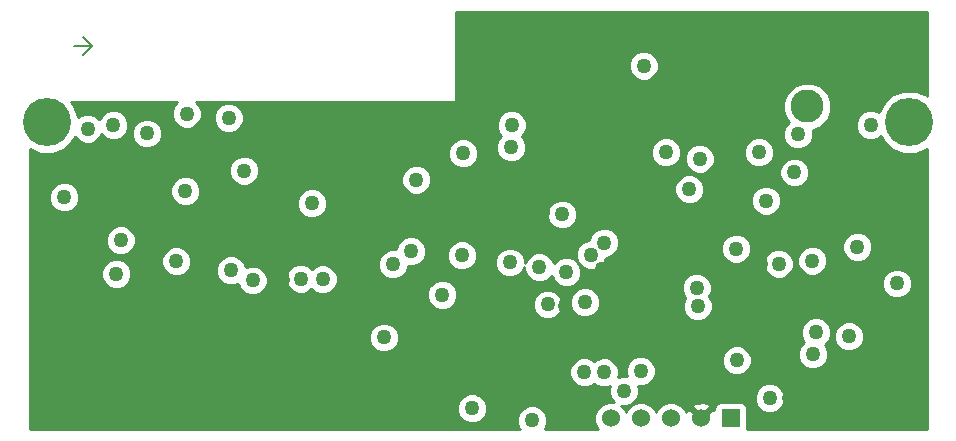
<source format=gbr>
G04 (created by PCBNEW-RS274X (2012-01-19 BZR 3256)-stable) date 5/26/2013 3:34:06 PM*
G01*
G70*
G90*
%MOIN*%
G04 Gerber Fmt 3.4, Leading zero omitted, Abs format*
%FSLAX34Y34*%
G04 APERTURE LIST*
%ADD10C,0.006000*%
%ADD11R,0.060000X0.060000*%
%ADD12C,0.060000*%
%ADD13C,0.160000*%
%ADD14C,0.110000*%
%ADD15C,0.050000*%
%ADD16C,0.007000*%
%ADD17C,0.010000*%
G04 APERTURE END LIST*
G54D10*
G54D11*
X33800Y-24000D03*
G54D12*
X32800Y-24000D03*
X31800Y-24000D03*
X30800Y-24000D03*
X29800Y-24000D03*
G54D13*
X39750Y-14120D03*
X11000Y-14120D03*
G54D14*
X36350Y-13600D03*
G54D15*
X29560Y-22460D03*
X36040Y-14520D03*
X28940Y-20120D03*
X28320Y-19120D03*
X31640Y-15120D03*
X27420Y-18960D03*
X26500Y-14220D03*
X26440Y-18800D03*
X22540Y-18860D03*
X24180Y-19880D03*
X26480Y-14960D03*
X35920Y-15800D03*
X28180Y-17200D03*
X15320Y-18760D03*
X24880Y-15160D03*
X33980Y-18340D03*
X38460Y-14220D03*
X39340Y-19500D03*
X36520Y-18740D03*
X34740Y-15120D03*
X34000Y-22060D03*
X32420Y-16360D03*
X32700Y-20260D03*
X14340Y-14500D03*
X13460Y-18060D03*
X19460Y-19340D03*
X32760Y-15340D03*
X35400Y-18840D03*
X17140Y-19060D03*
X24840Y-18560D03*
X17060Y-13980D03*
X36640Y-21120D03*
X34980Y-16740D03*
X23140Y-18420D03*
X29580Y-18140D03*
X27700Y-20200D03*
X36540Y-21860D03*
X37740Y-21260D03*
X17860Y-19400D03*
X15620Y-16420D03*
X12360Y-14340D03*
X30900Y-12240D03*
X13220Y-14220D03*
X11580Y-16620D03*
X20200Y-19360D03*
X30800Y-22420D03*
X35100Y-23320D03*
X15660Y-13840D03*
X28920Y-22460D03*
X30240Y-23080D03*
X22240Y-21300D03*
X25180Y-23660D03*
X27180Y-24060D03*
X19840Y-16820D03*
X13320Y-19180D03*
X32660Y-19640D03*
X29140Y-18540D03*
X17580Y-15740D03*
X23320Y-16040D03*
X38020Y-18280D03*
X35740Y-23320D03*
X33980Y-12980D03*
X34800Y-18840D03*
X29500Y-11840D03*
X34340Y-17540D03*
X24680Y-17800D03*
X18880Y-19380D03*
X33900Y-17140D03*
X13980Y-22080D03*
X33360Y-13000D03*
X27540Y-17160D03*
X15000Y-22820D03*
X28200Y-23700D03*
X17180Y-18360D03*
X37820Y-11620D03*
X29520Y-19020D03*
X28280Y-20240D03*
X20920Y-22820D03*
X17000Y-22820D03*
X13860Y-13920D03*
X18960Y-22820D03*
X26860Y-11760D03*
G54D16*
X11901Y-11576D02*
X12501Y-11576D01*
X12501Y-11576D02*
X12201Y-11876D01*
X12501Y-11576D02*
X12201Y-11276D01*
G54D10*
G36*
X40350Y-24350D02*
X39839Y-24350D01*
X39839Y-19599D01*
X39839Y-19401D01*
X39763Y-19218D01*
X39623Y-19077D01*
X39439Y-19001D01*
X39241Y-19001D01*
X39058Y-19077D01*
X38917Y-19217D01*
X38841Y-19401D01*
X38841Y-19599D01*
X38917Y-19782D01*
X39057Y-19923D01*
X39241Y-19999D01*
X39439Y-19999D01*
X39622Y-19923D01*
X39763Y-19783D01*
X39839Y-19599D01*
X39839Y-24350D01*
X38519Y-24350D01*
X38519Y-18379D01*
X38519Y-18181D01*
X38443Y-17998D01*
X38303Y-17857D01*
X38119Y-17781D01*
X37921Y-17781D01*
X37738Y-17857D01*
X37597Y-17997D01*
X37521Y-18181D01*
X37521Y-18379D01*
X37597Y-18562D01*
X37737Y-18703D01*
X37921Y-18779D01*
X38119Y-18779D01*
X38302Y-18703D01*
X38443Y-18563D01*
X38519Y-18379D01*
X38519Y-24350D01*
X38239Y-24350D01*
X38239Y-21359D01*
X38239Y-21161D01*
X38163Y-20978D01*
X38023Y-20837D01*
X37839Y-20761D01*
X37641Y-20761D01*
X37458Y-20837D01*
X37317Y-20977D01*
X37241Y-21161D01*
X37241Y-21359D01*
X37317Y-21542D01*
X37457Y-21683D01*
X37641Y-21759D01*
X37839Y-21759D01*
X38022Y-21683D01*
X38163Y-21543D01*
X38239Y-21359D01*
X38239Y-24350D01*
X37149Y-24350D01*
X37149Y-13760D01*
X37149Y-13442D01*
X37028Y-13148D01*
X36803Y-12923D01*
X36510Y-12801D01*
X36192Y-12801D01*
X35898Y-12922D01*
X35673Y-13147D01*
X35551Y-13440D01*
X35551Y-13758D01*
X35672Y-14052D01*
X35737Y-14117D01*
X35617Y-14237D01*
X35541Y-14421D01*
X35541Y-14619D01*
X35617Y-14802D01*
X35757Y-14943D01*
X35941Y-15019D01*
X36139Y-15019D01*
X36322Y-14943D01*
X36463Y-14803D01*
X36539Y-14619D01*
X36539Y-14421D01*
X36526Y-14391D01*
X36802Y-14278D01*
X37027Y-14053D01*
X37149Y-13760D01*
X37149Y-24350D01*
X37139Y-24350D01*
X37139Y-21219D01*
X37139Y-21021D01*
X37063Y-20838D01*
X37019Y-20793D01*
X37019Y-18839D01*
X37019Y-18641D01*
X36943Y-18458D01*
X36803Y-18317D01*
X36619Y-18241D01*
X36421Y-18241D01*
X36419Y-18241D01*
X36419Y-15899D01*
X36419Y-15701D01*
X36343Y-15518D01*
X36203Y-15377D01*
X36019Y-15301D01*
X35821Y-15301D01*
X35638Y-15377D01*
X35497Y-15517D01*
X35421Y-15701D01*
X35421Y-15899D01*
X35497Y-16082D01*
X35637Y-16223D01*
X35821Y-16299D01*
X36019Y-16299D01*
X36202Y-16223D01*
X36343Y-16083D01*
X36419Y-15899D01*
X36419Y-18241D01*
X36238Y-18317D01*
X36097Y-18457D01*
X36021Y-18641D01*
X36021Y-18839D01*
X36097Y-19022D01*
X36237Y-19163D01*
X36421Y-19239D01*
X36619Y-19239D01*
X36802Y-19163D01*
X36943Y-19023D01*
X37019Y-18839D01*
X37019Y-20793D01*
X36923Y-20697D01*
X36739Y-20621D01*
X36541Y-20621D01*
X36358Y-20697D01*
X36217Y-20837D01*
X36141Y-21021D01*
X36141Y-21219D01*
X36217Y-21402D01*
X36254Y-21440D01*
X36117Y-21577D01*
X36041Y-21761D01*
X36041Y-21959D01*
X36117Y-22142D01*
X36257Y-22283D01*
X36441Y-22359D01*
X36639Y-22359D01*
X36822Y-22283D01*
X36963Y-22143D01*
X37039Y-21959D01*
X37039Y-21761D01*
X36963Y-21578D01*
X36925Y-21539D01*
X37063Y-21403D01*
X37139Y-21219D01*
X37139Y-24350D01*
X35899Y-24350D01*
X35899Y-18939D01*
X35899Y-18741D01*
X35823Y-18558D01*
X35683Y-18417D01*
X35499Y-18341D01*
X35479Y-18341D01*
X35479Y-16839D01*
X35479Y-16641D01*
X35403Y-16458D01*
X35263Y-16317D01*
X35239Y-16307D01*
X35239Y-15219D01*
X35239Y-15021D01*
X35163Y-14838D01*
X35023Y-14697D01*
X34839Y-14621D01*
X34641Y-14621D01*
X34458Y-14697D01*
X34317Y-14837D01*
X34241Y-15021D01*
X34241Y-15219D01*
X34317Y-15402D01*
X34457Y-15543D01*
X34641Y-15619D01*
X34839Y-15619D01*
X35022Y-15543D01*
X35163Y-15403D01*
X35239Y-15219D01*
X35239Y-16307D01*
X35079Y-16241D01*
X34881Y-16241D01*
X34698Y-16317D01*
X34557Y-16457D01*
X34481Y-16641D01*
X34481Y-16839D01*
X34557Y-17022D01*
X34697Y-17163D01*
X34881Y-17239D01*
X35079Y-17239D01*
X35262Y-17163D01*
X35403Y-17023D01*
X35479Y-16839D01*
X35479Y-18341D01*
X35301Y-18341D01*
X35118Y-18417D01*
X34977Y-18557D01*
X34901Y-18741D01*
X34901Y-18939D01*
X34977Y-19122D01*
X35117Y-19263D01*
X35301Y-19339D01*
X35499Y-19339D01*
X35682Y-19263D01*
X35823Y-19123D01*
X35899Y-18939D01*
X35899Y-24350D01*
X35599Y-24350D01*
X35599Y-23419D01*
X35599Y-23221D01*
X35523Y-23038D01*
X35383Y-22897D01*
X35199Y-22821D01*
X35001Y-22821D01*
X34818Y-22897D01*
X34677Y-23037D01*
X34601Y-23221D01*
X34601Y-23419D01*
X34677Y-23602D01*
X34817Y-23743D01*
X35001Y-23819D01*
X35199Y-23819D01*
X35382Y-23743D01*
X35523Y-23603D01*
X35599Y-23419D01*
X35599Y-24350D01*
X34499Y-24350D01*
X34499Y-22159D01*
X34499Y-21961D01*
X34479Y-21912D01*
X34479Y-18439D01*
X34479Y-18241D01*
X34403Y-18058D01*
X34263Y-17917D01*
X34079Y-17841D01*
X33881Y-17841D01*
X33698Y-17917D01*
X33557Y-18057D01*
X33481Y-18241D01*
X33481Y-18439D01*
X33557Y-18622D01*
X33697Y-18763D01*
X33881Y-18839D01*
X34079Y-18839D01*
X34262Y-18763D01*
X34403Y-18623D01*
X34479Y-18439D01*
X34479Y-21912D01*
X34423Y-21778D01*
X34283Y-21637D01*
X34099Y-21561D01*
X33901Y-21561D01*
X33718Y-21637D01*
X33577Y-21777D01*
X33501Y-21961D01*
X33501Y-22159D01*
X33577Y-22342D01*
X33717Y-22483D01*
X33901Y-22559D01*
X34099Y-22559D01*
X34282Y-22483D01*
X34423Y-22343D01*
X34499Y-22159D01*
X34499Y-24350D01*
X34349Y-24350D01*
X34349Y-24251D01*
X34349Y-23651D01*
X34311Y-23559D01*
X34241Y-23489D01*
X34150Y-23451D01*
X34051Y-23451D01*
X33451Y-23451D01*
X33359Y-23489D01*
X33289Y-23559D01*
X33259Y-23630D01*
X33259Y-15439D01*
X33259Y-15241D01*
X33183Y-15058D01*
X33043Y-14917D01*
X32859Y-14841D01*
X32661Y-14841D01*
X32478Y-14917D01*
X32337Y-15057D01*
X32261Y-15241D01*
X32261Y-15439D01*
X32337Y-15622D01*
X32477Y-15763D01*
X32661Y-15839D01*
X32859Y-15839D01*
X33042Y-15763D01*
X33183Y-15623D01*
X33259Y-15439D01*
X33259Y-23630D01*
X33251Y-23650D01*
X33251Y-23712D01*
X33199Y-23697D01*
X33199Y-20359D01*
X33199Y-20161D01*
X33123Y-19978D01*
X33075Y-19930D01*
X33083Y-19923D01*
X33159Y-19739D01*
X33159Y-19541D01*
X33083Y-19358D01*
X32943Y-19217D01*
X32919Y-19207D01*
X32919Y-16459D01*
X32919Y-16261D01*
X32843Y-16078D01*
X32703Y-15937D01*
X32519Y-15861D01*
X32321Y-15861D01*
X32139Y-15936D01*
X32139Y-15219D01*
X32139Y-15021D01*
X32063Y-14838D01*
X31923Y-14697D01*
X31739Y-14621D01*
X31541Y-14621D01*
X31399Y-14679D01*
X31399Y-12339D01*
X31399Y-12141D01*
X31323Y-11958D01*
X31183Y-11817D01*
X30999Y-11741D01*
X30801Y-11741D01*
X30618Y-11817D01*
X30477Y-11957D01*
X30401Y-12141D01*
X30401Y-12339D01*
X30477Y-12522D01*
X30617Y-12663D01*
X30801Y-12739D01*
X30999Y-12739D01*
X31182Y-12663D01*
X31323Y-12523D01*
X31399Y-12339D01*
X31399Y-14679D01*
X31358Y-14697D01*
X31217Y-14837D01*
X31141Y-15021D01*
X31141Y-15219D01*
X31217Y-15402D01*
X31357Y-15543D01*
X31541Y-15619D01*
X31739Y-15619D01*
X31922Y-15543D01*
X32063Y-15403D01*
X32139Y-15219D01*
X32139Y-15936D01*
X32138Y-15937D01*
X31997Y-16077D01*
X31921Y-16261D01*
X31921Y-16459D01*
X31997Y-16642D01*
X32137Y-16783D01*
X32321Y-16859D01*
X32519Y-16859D01*
X32702Y-16783D01*
X32843Y-16643D01*
X32919Y-16459D01*
X32919Y-19207D01*
X32759Y-19141D01*
X32561Y-19141D01*
X32378Y-19217D01*
X32237Y-19357D01*
X32161Y-19541D01*
X32161Y-19739D01*
X32237Y-19922D01*
X32284Y-19969D01*
X32277Y-19977D01*
X32201Y-20161D01*
X32201Y-20359D01*
X32277Y-20542D01*
X32417Y-20683D01*
X32601Y-20759D01*
X32799Y-20759D01*
X32982Y-20683D01*
X33123Y-20543D01*
X33199Y-20359D01*
X33199Y-23697D01*
X33178Y-23692D01*
X33108Y-23762D01*
X33108Y-23622D01*
X33081Y-23528D01*
X32879Y-23457D01*
X32666Y-23468D01*
X32519Y-23528D01*
X32492Y-23622D01*
X32800Y-23929D01*
X33108Y-23622D01*
X33108Y-23762D01*
X32871Y-24000D01*
X32800Y-24071D01*
X32729Y-24000D01*
X32694Y-23965D01*
X32422Y-23692D01*
X32328Y-23719D01*
X32304Y-23784D01*
X32265Y-23689D01*
X32111Y-23535D01*
X31909Y-23451D01*
X31691Y-23451D01*
X31489Y-23535D01*
X31335Y-23689D01*
X31300Y-23773D01*
X31265Y-23689D01*
X31111Y-23535D01*
X30909Y-23451D01*
X30691Y-23451D01*
X30489Y-23535D01*
X30335Y-23689D01*
X30300Y-23773D01*
X30265Y-23689D01*
X30155Y-23579D01*
X30339Y-23579D01*
X30522Y-23503D01*
X30663Y-23363D01*
X30739Y-23179D01*
X30739Y-22981D01*
X30713Y-22919D01*
X30899Y-22919D01*
X31082Y-22843D01*
X31223Y-22703D01*
X31299Y-22519D01*
X31299Y-22321D01*
X31223Y-22138D01*
X31083Y-21997D01*
X30899Y-21921D01*
X30701Y-21921D01*
X30518Y-21997D01*
X30377Y-22137D01*
X30301Y-22321D01*
X30301Y-22519D01*
X30326Y-22581D01*
X30141Y-22581D01*
X30079Y-22606D01*
X30079Y-18239D01*
X30079Y-18041D01*
X30003Y-17858D01*
X29863Y-17717D01*
X29679Y-17641D01*
X29481Y-17641D01*
X29298Y-17717D01*
X29157Y-17857D01*
X29081Y-18041D01*
X29041Y-18041D01*
X28858Y-18117D01*
X28717Y-18257D01*
X28679Y-18349D01*
X28679Y-17299D01*
X28679Y-17101D01*
X28603Y-16918D01*
X28463Y-16777D01*
X28279Y-16701D01*
X28081Y-16701D01*
X27898Y-16777D01*
X27757Y-16917D01*
X27681Y-17101D01*
X27681Y-17299D01*
X27757Y-17482D01*
X27897Y-17623D01*
X28081Y-17699D01*
X28279Y-17699D01*
X28462Y-17623D01*
X28603Y-17483D01*
X28679Y-17299D01*
X28679Y-18349D01*
X28641Y-18441D01*
X28641Y-18639D01*
X28709Y-18804D01*
X28603Y-18697D01*
X28419Y-18621D01*
X28221Y-18621D01*
X28038Y-18697D01*
X27905Y-18828D01*
X27843Y-18678D01*
X27703Y-18537D01*
X27519Y-18461D01*
X27321Y-18461D01*
X27138Y-18537D01*
X26999Y-18675D01*
X26999Y-14319D01*
X26999Y-14121D01*
X26923Y-13938D01*
X26783Y-13797D01*
X26599Y-13721D01*
X26401Y-13721D01*
X26218Y-13797D01*
X26077Y-13937D01*
X26001Y-14121D01*
X26001Y-14319D01*
X26077Y-14502D01*
X26154Y-14580D01*
X26057Y-14677D01*
X25981Y-14861D01*
X25981Y-15059D01*
X26057Y-15242D01*
X26197Y-15383D01*
X26381Y-15459D01*
X26579Y-15459D01*
X26762Y-15383D01*
X26903Y-15243D01*
X26979Y-15059D01*
X26979Y-14861D01*
X26903Y-14678D01*
X26825Y-14599D01*
X26923Y-14503D01*
X26999Y-14319D01*
X26999Y-18675D01*
X26997Y-18677D01*
X26939Y-18817D01*
X26939Y-18701D01*
X26863Y-18518D01*
X26723Y-18377D01*
X26539Y-18301D01*
X26341Y-18301D01*
X26158Y-18377D01*
X26017Y-18517D01*
X25941Y-18701D01*
X25941Y-18899D01*
X26017Y-19082D01*
X26157Y-19223D01*
X26341Y-19299D01*
X26539Y-19299D01*
X26722Y-19223D01*
X26863Y-19083D01*
X26921Y-18942D01*
X26921Y-19059D01*
X26997Y-19242D01*
X27137Y-19383D01*
X27321Y-19459D01*
X27519Y-19459D01*
X27702Y-19383D01*
X27834Y-19251D01*
X27897Y-19402D01*
X28037Y-19543D01*
X28221Y-19619D01*
X28419Y-19619D01*
X28602Y-19543D01*
X28743Y-19403D01*
X28819Y-19219D01*
X28819Y-19021D01*
X28750Y-18855D01*
X28857Y-18963D01*
X29041Y-19039D01*
X29239Y-19039D01*
X29422Y-18963D01*
X29563Y-18823D01*
X29639Y-18639D01*
X29679Y-18639D01*
X29862Y-18563D01*
X30003Y-18423D01*
X30079Y-18239D01*
X30079Y-22606D01*
X30031Y-22626D01*
X30059Y-22559D01*
X30059Y-22361D01*
X29983Y-22178D01*
X29843Y-22037D01*
X29659Y-21961D01*
X29461Y-21961D01*
X29439Y-21970D01*
X29439Y-20219D01*
X29439Y-20021D01*
X29363Y-19838D01*
X29223Y-19697D01*
X29039Y-19621D01*
X28841Y-19621D01*
X28658Y-19697D01*
X28517Y-19837D01*
X28441Y-20021D01*
X28441Y-20219D01*
X28517Y-20402D01*
X28657Y-20543D01*
X28841Y-20619D01*
X29039Y-20619D01*
X29222Y-20543D01*
X29363Y-20403D01*
X29439Y-20219D01*
X29439Y-21970D01*
X29278Y-22037D01*
X29240Y-22074D01*
X29203Y-22037D01*
X29019Y-21961D01*
X28821Y-21961D01*
X28638Y-22037D01*
X28497Y-22177D01*
X28421Y-22361D01*
X28421Y-22559D01*
X28497Y-22742D01*
X28637Y-22883D01*
X28821Y-22959D01*
X29019Y-22959D01*
X29202Y-22883D01*
X29239Y-22845D01*
X29277Y-22883D01*
X29461Y-22959D01*
X29659Y-22959D01*
X29768Y-22913D01*
X29741Y-22981D01*
X29741Y-23179D01*
X29817Y-23362D01*
X29905Y-23451D01*
X29691Y-23451D01*
X29489Y-23535D01*
X29335Y-23689D01*
X29251Y-23891D01*
X29251Y-24109D01*
X29335Y-24311D01*
X29374Y-24350D01*
X28199Y-24350D01*
X28199Y-20299D01*
X28199Y-20101D01*
X28123Y-19918D01*
X27983Y-19777D01*
X27799Y-19701D01*
X27601Y-19701D01*
X27418Y-19777D01*
X27277Y-19917D01*
X27201Y-20101D01*
X27201Y-20299D01*
X27277Y-20482D01*
X27417Y-20623D01*
X27601Y-20699D01*
X27799Y-20699D01*
X27982Y-20623D01*
X28123Y-20483D01*
X28199Y-20299D01*
X28199Y-24350D01*
X27595Y-24350D01*
X27603Y-24343D01*
X27679Y-24159D01*
X27679Y-23961D01*
X27603Y-23778D01*
X27463Y-23637D01*
X27279Y-23561D01*
X27081Y-23561D01*
X26898Y-23637D01*
X26757Y-23777D01*
X26681Y-23961D01*
X26681Y-24159D01*
X26757Y-24342D01*
X26764Y-24350D01*
X25679Y-24350D01*
X25679Y-23759D01*
X25679Y-23561D01*
X25603Y-23378D01*
X25463Y-23237D01*
X25379Y-23202D01*
X25379Y-15259D01*
X25379Y-15061D01*
X25303Y-14878D01*
X25163Y-14737D01*
X24979Y-14661D01*
X24781Y-14661D01*
X24598Y-14737D01*
X24457Y-14877D01*
X24381Y-15061D01*
X24381Y-15259D01*
X24457Y-15442D01*
X24597Y-15583D01*
X24781Y-15659D01*
X24979Y-15659D01*
X25162Y-15583D01*
X25303Y-15443D01*
X25379Y-15259D01*
X25379Y-23202D01*
X25339Y-23185D01*
X25339Y-18659D01*
X25339Y-18461D01*
X25263Y-18278D01*
X25123Y-18137D01*
X24939Y-18061D01*
X24741Y-18061D01*
X24558Y-18137D01*
X24417Y-18277D01*
X24341Y-18461D01*
X24341Y-18659D01*
X24417Y-18842D01*
X24557Y-18983D01*
X24741Y-19059D01*
X24939Y-19059D01*
X25122Y-18983D01*
X25263Y-18843D01*
X25339Y-18659D01*
X25339Y-23185D01*
X25279Y-23161D01*
X25081Y-23161D01*
X24898Y-23237D01*
X24757Y-23377D01*
X24681Y-23561D01*
X24681Y-23759D01*
X24757Y-23942D01*
X24897Y-24083D01*
X25081Y-24159D01*
X25279Y-24159D01*
X25462Y-24083D01*
X25603Y-23943D01*
X25679Y-23759D01*
X25679Y-24350D01*
X24679Y-24350D01*
X24679Y-19979D01*
X24679Y-19781D01*
X24603Y-19598D01*
X24463Y-19457D01*
X24279Y-19381D01*
X24081Y-19381D01*
X23898Y-19457D01*
X23819Y-19535D01*
X23819Y-16139D01*
X23819Y-15941D01*
X23743Y-15758D01*
X23603Y-15617D01*
X23419Y-15541D01*
X23221Y-15541D01*
X23038Y-15617D01*
X22897Y-15757D01*
X22821Y-15941D01*
X22821Y-16139D01*
X22897Y-16322D01*
X23037Y-16463D01*
X23221Y-16539D01*
X23419Y-16539D01*
X23602Y-16463D01*
X23743Y-16323D01*
X23819Y-16139D01*
X23819Y-19535D01*
X23757Y-19597D01*
X23681Y-19781D01*
X23681Y-19979D01*
X23757Y-20162D01*
X23897Y-20303D01*
X24081Y-20379D01*
X24279Y-20379D01*
X24462Y-20303D01*
X24603Y-20163D01*
X24679Y-19979D01*
X24679Y-24350D01*
X23639Y-24350D01*
X23639Y-18519D01*
X23639Y-18321D01*
X23563Y-18138D01*
X23423Y-17997D01*
X23239Y-17921D01*
X23041Y-17921D01*
X22858Y-17997D01*
X22717Y-18137D01*
X22641Y-18321D01*
X22641Y-18361D01*
X22639Y-18361D01*
X22441Y-18361D01*
X22258Y-18437D01*
X22117Y-18577D01*
X22041Y-18761D01*
X22041Y-18959D01*
X22117Y-19142D01*
X22257Y-19283D01*
X22441Y-19359D01*
X22639Y-19359D01*
X22822Y-19283D01*
X22963Y-19143D01*
X23039Y-18959D01*
X23039Y-18918D01*
X23041Y-18919D01*
X23239Y-18919D01*
X23422Y-18843D01*
X23563Y-18703D01*
X23639Y-18519D01*
X23639Y-24350D01*
X22739Y-24350D01*
X22739Y-21399D01*
X22739Y-21201D01*
X22663Y-21018D01*
X22523Y-20877D01*
X22339Y-20801D01*
X22141Y-20801D01*
X21958Y-20877D01*
X21817Y-21017D01*
X21741Y-21201D01*
X21741Y-21399D01*
X21817Y-21582D01*
X21957Y-21723D01*
X22141Y-21799D01*
X22339Y-21799D01*
X22522Y-21723D01*
X22663Y-21583D01*
X22739Y-21399D01*
X22739Y-24350D01*
X20699Y-24350D01*
X20699Y-19459D01*
X20699Y-19261D01*
X20623Y-19078D01*
X20483Y-18937D01*
X20339Y-18877D01*
X20339Y-16919D01*
X20339Y-16721D01*
X20263Y-16538D01*
X20123Y-16397D01*
X19939Y-16321D01*
X19741Y-16321D01*
X19558Y-16397D01*
X19417Y-16537D01*
X19341Y-16721D01*
X19341Y-16919D01*
X19417Y-17102D01*
X19557Y-17243D01*
X19741Y-17319D01*
X19939Y-17319D01*
X20122Y-17243D01*
X20263Y-17103D01*
X20339Y-16919D01*
X20339Y-18877D01*
X20299Y-18861D01*
X20101Y-18861D01*
X19918Y-18937D01*
X19839Y-19014D01*
X19743Y-18917D01*
X19559Y-18841D01*
X19361Y-18841D01*
X19178Y-18917D01*
X19037Y-19057D01*
X18961Y-19241D01*
X18961Y-19439D01*
X19037Y-19622D01*
X19177Y-19763D01*
X19361Y-19839D01*
X19559Y-19839D01*
X19742Y-19763D01*
X19820Y-19685D01*
X19917Y-19783D01*
X20101Y-19859D01*
X20299Y-19859D01*
X20482Y-19783D01*
X20623Y-19643D01*
X20699Y-19459D01*
X20699Y-24350D01*
X18359Y-24350D01*
X18359Y-19499D01*
X18359Y-19301D01*
X18283Y-19118D01*
X18143Y-18977D01*
X18079Y-18950D01*
X18079Y-15839D01*
X18079Y-15641D01*
X18003Y-15458D01*
X17863Y-15317D01*
X17679Y-15241D01*
X17559Y-15241D01*
X17559Y-14079D01*
X17559Y-13881D01*
X17483Y-13698D01*
X17343Y-13557D01*
X17159Y-13481D01*
X16961Y-13481D01*
X16778Y-13557D01*
X16637Y-13697D01*
X16561Y-13881D01*
X16561Y-14079D01*
X16637Y-14262D01*
X16777Y-14403D01*
X16961Y-14479D01*
X17159Y-14479D01*
X17342Y-14403D01*
X17483Y-14263D01*
X17559Y-14079D01*
X17559Y-15241D01*
X17481Y-15241D01*
X17298Y-15317D01*
X17157Y-15457D01*
X17081Y-15641D01*
X17081Y-15839D01*
X17157Y-16022D01*
X17297Y-16163D01*
X17481Y-16239D01*
X17679Y-16239D01*
X17862Y-16163D01*
X18003Y-16023D01*
X18079Y-15839D01*
X18079Y-18950D01*
X17959Y-18901D01*
X17761Y-18901D01*
X17635Y-18953D01*
X17563Y-18778D01*
X17423Y-18637D01*
X17239Y-18561D01*
X17041Y-18561D01*
X16858Y-18637D01*
X16717Y-18777D01*
X16641Y-18961D01*
X16641Y-19159D01*
X16717Y-19342D01*
X16857Y-19483D01*
X17041Y-19559D01*
X17239Y-19559D01*
X17364Y-19506D01*
X17437Y-19682D01*
X17577Y-19823D01*
X17761Y-19899D01*
X17959Y-19899D01*
X18142Y-19823D01*
X18283Y-19683D01*
X18359Y-19499D01*
X18359Y-24350D01*
X16119Y-24350D01*
X16119Y-16519D01*
X16119Y-16321D01*
X16043Y-16138D01*
X15903Y-15997D01*
X15719Y-15921D01*
X15521Y-15921D01*
X15338Y-15997D01*
X15197Y-16137D01*
X15121Y-16321D01*
X15121Y-16519D01*
X15197Y-16702D01*
X15337Y-16843D01*
X15521Y-16919D01*
X15719Y-16919D01*
X15902Y-16843D01*
X16043Y-16703D01*
X16119Y-16519D01*
X16119Y-24350D01*
X15819Y-24350D01*
X15819Y-18859D01*
X15819Y-18661D01*
X15743Y-18478D01*
X15603Y-18337D01*
X15419Y-18261D01*
X15221Y-18261D01*
X15038Y-18337D01*
X14897Y-18477D01*
X14839Y-18617D01*
X14839Y-14599D01*
X14839Y-14401D01*
X14763Y-14218D01*
X14623Y-14077D01*
X14439Y-14001D01*
X14241Y-14001D01*
X14058Y-14077D01*
X13917Y-14217D01*
X13841Y-14401D01*
X13841Y-14599D01*
X13917Y-14782D01*
X14057Y-14923D01*
X14241Y-14999D01*
X14439Y-14999D01*
X14622Y-14923D01*
X14763Y-14783D01*
X14839Y-14599D01*
X14839Y-18617D01*
X14821Y-18661D01*
X14821Y-18859D01*
X14897Y-19042D01*
X15037Y-19183D01*
X15221Y-19259D01*
X15419Y-19259D01*
X15602Y-19183D01*
X15743Y-19043D01*
X15819Y-18859D01*
X15819Y-24350D01*
X13959Y-24350D01*
X13959Y-18159D01*
X13959Y-17961D01*
X13883Y-17778D01*
X13743Y-17637D01*
X13559Y-17561D01*
X13361Y-17561D01*
X13178Y-17637D01*
X13037Y-17777D01*
X12961Y-17961D01*
X12961Y-18159D01*
X13037Y-18342D01*
X13177Y-18483D01*
X13361Y-18559D01*
X13559Y-18559D01*
X13742Y-18483D01*
X13883Y-18343D01*
X13959Y-18159D01*
X13959Y-24350D01*
X13819Y-24350D01*
X13819Y-19279D01*
X13819Y-19081D01*
X13743Y-18898D01*
X13603Y-18757D01*
X13419Y-18681D01*
X13221Y-18681D01*
X13038Y-18757D01*
X12897Y-18897D01*
X12821Y-19081D01*
X12821Y-19279D01*
X12897Y-19462D01*
X13037Y-19603D01*
X13221Y-19679D01*
X13419Y-19679D01*
X13602Y-19603D01*
X13743Y-19463D01*
X13819Y-19279D01*
X13819Y-24350D01*
X12079Y-24350D01*
X12079Y-16719D01*
X12079Y-16521D01*
X12003Y-16338D01*
X11863Y-16197D01*
X11679Y-16121D01*
X11481Y-16121D01*
X11298Y-16197D01*
X11157Y-16337D01*
X11081Y-16521D01*
X11081Y-16719D01*
X11157Y-16902D01*
X11297Y-17043D01*
X11481Y-17119D01*
X11679Y-17119D01*
X11862Y-17043D01*
X12003Y-16903D01*
X12079Y-16719D01*
X12079Y-24350D01*
X10450Y-24350D01*
X10450Y-15028D01*
X10790Y-15170D01*
X11208Y-15170D01*
X11594Y-15010D01*
X11890Y-14715D01*
X11932Y-14611D01*
X11937Y-14622D01*
X12077Y-14763D01*
X12261Y-14839D01*
X12459Y-14839D01*
X12642Y-14763D01*
X12783Y-14623D01*
X12822Y-14527D01*
X12937Y-14643D01*
X13121Y-14719D01*
X13319Y-14719D01*
X13502Y-14643D01*
X13643Y-14503D01*
X13719Y-14319D01*
X13719Y-14121D01*
X13643Y-13938D01*
X13503Y-13797D01*
X13319Y-13721D01*
X13121Y-13721D01*
X12938Y-13797D01*
X12797Y-13937D01*
X12757Y-14032D01*
X12643Y-13917D01*
X12459Y-13841D01*
X12261Y-13841D01*
X12078Y-13917D01*
X12050Y-13944D01*
X12050Y-13912D01*
X11890Y-13526D01*
X11814Y-13450D01*
X15344Y-13450D01*
X15237Y-13557D01*
X15161Y-13741D01*
X15161Y-13939D01*
X15237Y-14122D01*
X15377Y-14263D01*
X15561Y-14339D01*
X15759Y-14339D01*
X15942Y-14263D01*
X16083Y-14123D01*
X16159Y-13939D01*
X16159Y-13741D01*
X16083Y-13558D01*
X15975Y-13450D01*
X24650Y-13450D01*
X24650Y-10450D01*
X40350Y-10450D01*
X40350Y-13235D01*
X40345Y-13230D01*
X39960Y-13070D01*
X39542Y-13070D01*
X39156Y-13230D01*
X38860Y-13525D01*
X38745Y-13799D01*
X38743Y-13797D01*
X38559Y-13721D01*
X38361Y-13721D01*
X38178Y-13797D01*
X38037Y-13937D01*
X37961Y-14121D01*
X37961Y-14319D01*
X38037Y-14502D01*
X38177Y-14643D01*
X38361Y-14719D01*
X38559Y-14719D01*
X38742Y-14643D01*
X38804Y-14580D01*
X38860Y-14714D01*
X39155Y-15010D01*
X39540Y-15170D01*
X39958Y-15170D01*
X40344Y-15010D01*
X40350Y-15004D01*
X40350Y-24350D01*
X40350Y-24350D01*
G37*
G54D17*
X40350Y-24350D02*
X39839Y-24350D01*
X39839Y-19599D01*
X39839Y-19401D01*
X39763Y-19218D01*
X39623Y-19077D01*
X39439Y-19001D01*
X39241Y-19001D01*
X39058Y-19077D01*
X38917Y-19217D01*
X38841Y-19401D01*
X38841Y-19599D01*
X38917Y-19782D01*
X39057Y-19923D01*
X39241Y-19999D01*
X39439Y-19999D01*
X39622Y-19923D01*
X39763Y-19783D01*
X39839Y-19599D01*
X39839Y-24350D01*
X38519Y-24350D01*
X38519Y-18379D01*
X38519Y-18181D01*
X38443Y-17998D01*
X38303Y-17857D01*
X38119Y-17781D01*
X37921Y-17781D01*
X37738Y-17857D01*
X37597Y-17997D01*
X37521Y-18181D01*
X37521Y-18379D01*
X37597Y-18562D01*
X37737Y-18703D01*
X37921Y-18779D01*
X38119Y-18779D01*
X38302Y-18703D01*
X38443Y-18563D01*
X38519Y-18379D01*
X38519Y-24350D01*
X38239Y-24350D01*
X38239Y-21359D01*
X38239Y-21161D01*
X38163Y-20978D01*
X38023Y-20837D01*
X37839Y-20761D01*
X37641Y-20761D01*
X37458Y-20837D01*
X37317Y-20977D01*
X37241Y-21161D01*
X37241Y-21359D01*
X37317Y-21542D01*
X37457Y-21683D01*
X37641Y-21759D01*
X37839Y-21759D01*
X38022Y-21683D01*
X38163Y-21543D01*
X38239Y-21359D01*
X38239Y-24350D01*
X37149Y-24350D01*
X37149Y-13760D01*
X37149Y-13442D01*
X37028Y-13148D01*
X36803Y-12923D01*
X36510Y-12801D01*
X36192Y-12801D01*
X35898Y-12922D01*
X35673Y-13147D01*
X35551Y-13440D01*
X35551Y-13758D01*
X35672Y-14052D01*
X35737Y-14117D01*
X35617Y-14237D01*
X35541Y-14421D01*
X35541Y-14619D01*
X35617Y-14802D01*
X35757Y-14943D01*
X35941Y-15019D01*
X36139Y-15019D01*
X36322Y-14943D01*
X36463Y-14803D01*
X36539Y-14619D01*
X36539Y-14421D01*
X36526Y-14391D01*
X36802Y-14278D01*
X37027Y-14053D01*
X37149Y-13760D01*
X37149Y-24350D01*
X37139Y-24350D01*
X37139Y-21219D01*
X37139Y-21021D01*
X37063Y-20838D01*
X37019Y-20793D01*
X37019Y-18839D01*
X37019Y-18641D01*
X36943Y-18458D01*
X36803Y-18317D01*
X36619Y-18241D01*
X36421Y-18241D01*
X36419Y-18241D01*
X36419Y-15899D01*
X36419Y-15701D01*
X36343Y-15518D01*
X36203Y-15377D01*
X36019Y-15301D01*
X35821Y-15301D01*
X35638Y-15377D01*
X35497Y-15517D01*
X35421Y-15701D01*
X35421Y-15899D01*
X35497Y-16082D01*
X35637Y-16223D01*
X35821Y-16299D01*
X36019Y-16299D01*
X36202Y-16223D01*
X36343Y-16083D01*
X36419Y-15899D01*
X36419Y-18241D01*
X36238Y-18317D01*
X36097Y-18457D01*
X36021Y-18641D01*
X36021Y-18839D01*
X36097Y-19022D01*
X36237Y-19163D01*
X36421Y-19239D01*
X36619Y-19239D01*
X36802Y-19163D01*
X36943Y-19023D01*
X37019Y-18839D01*
X37019Y-20793D01*
X36923Y-20697D01*
X36739Y-20621D01*
X36541Y-20621D01*
X36358Y-20697D01*
X36217Y-20837D01*
X36141Y-21021D01*
X36141Y-21219D01*
X36217Y-21402D01*
X36254Y-21440D01*
X36117Y-21577D01*
X36041Y-21761D01*
X36041Y-21959D01*
X36117Y-22142D01*
X36257Y-22283D01*
X36441Y-22359D01*
X36639Y-22359D01*
X36822Y-22283D01*
X36963Y-22143D01*
X37039Y-21959D01*
X37039Y-21761D01*
X36963Y-21578D01*
X36925Y-21539D01*
X37063Y-21403D01*
X37139Y-21219D01*
X37139Y-24350D01*
X35899Y-24350D01*
X35899Y-18939D01*
X35899Y-18741D01*
X35823Y-18558D01*
X35683Y-18417D01*
X35499Y-18341D01*
X35479Y-18341D01*
X35479Y-16839D01*
X35479Y-16641D01*
X35403Y-16458D01*
X35263Y-16317D01*
X35239Y-16307D01*
X35239Y-15219D01*
X35239Y-15021D01*
X35163Y-14838D01*
X35023Y-14697D01*
X34839Y-14621D01*
X34641Y-14621D01*
X34458Y-14697D01*
X34317Y-14837D01*
X34241Y-15021D01*
X34241Y-15219D01*
X34317Y-15402D01*
X34457Y-15543D01*
X34641Y-15619D01*
X34839Y-15619D01*
X35022Y-15543D01*
X35163Y-15403D01*
X35239Y-15219D01*
X35239Y-16307D01*
X35079Y-16241D01*
X34881Y-16241D01*
X34698Y-16317D01*
X34557Y-16457D01*
X34481Y-16641D01*
X34481Y-16839D01*
X34557Y-17022D01*
X34697Y-17163D01*
X34881Y-17239D01*
X35079Y-17239D01*
X35262Y-17163D01*
X35403Y-17023D01*
X35479Y-16839D01*
X35479Y-18341D01*
X35301Y-18341D01*
X35118Y-18417D01*
X34977Y-18557D01*
X34901Y-18741D01*
X34901Y-18939D01*
X34977Y-19122D01*
X35117Y-19263D01*
X35301Y-19339D01*
X35499Y-19339D01*
X35682Y-19263D01*
X35823Y-19123D01*
X35899Y-18939D01*
X35899Y-24350D01*
X35599Y-24350D01*
X35599Y-23419D01*
X35599Y-23221D01*
X35523Y-23038D01*
X35383Y-22897D01*
X35199Y-22821D01*
X35001Y-22821D01*
X34818Y-22897D01*
X34677Y-23037D01*
X34601Y-23221D01*
X34601Y-23419D01*
X34677Y-23602D01*
X34817Y-23743D01*
X35001Y-23819D01*
X35199Y-23819D01*
X35382Y-23743D01*
X35523Y-23603D01*
X35599Y-23419D01*
X35599Y-24350D01*
X34499Y-24350D01*
X34499Y-22159D01*
X34499Y-21961D01*
X34479Y-21912D01*
X34479Y-18439D01*
X34479Y-18241D01*
X34403Y-18058D01*
X34263Y-17917D01*
X34079Y-17841D01*
X33881Y-17841D01*
X33698Y-17917D01*
X33557Y-18057D01*
X33481Y-18241D01*
X33481Y-18439D01*
X33557Y-18622D01*
X33697Y-18763D01*
X33881Y-18839D01*
X34079Y-18839D01*
X34262Y-18763D01*
X34403Y-18623D01*
X34479Y-18439D01*
X34479Y-21912D01*
X34423Y-21778D01*
X34283Y-21637D01*
X34099Y-21561D01*
X33901Y-21561D01*
X33718Y-21637D01*
X33577Y-21777D01*
X33501Y-21961D01*
X33501Y-22159D01*
X33577Y-22342D01*
X33717Y-22483D01*
X33901Y-22559D01*
X34099Y-22559D01*
X34282Y-22483D01*
X34423Y-22343D01*
X34499Y-22159D01*
X34499Y-24350D01*
X34349Y-24350D01*
X34349Y-24251D01*
X34349Y-23651D01*
X34311Y-23559D01*
X34241Y-23489D01*
X34150Y-23451D01*
X34051Y-23451D01*
X33451Y-23451D01*
X33359Y-23489D01*
X33289Y-23559D01*
X33259Y-23630D01*
X33259Y-15439D01*
X33259Y-15241D01*
X33183Y-15058D01*
X33043Y-14917D01*
X32859Y-14841D01*
X32661Y-14841D01*
X32478Y-14917D01*
X32337Y-15057D01*
X32261Y-15241D01*
X32261Y-15439D01*
X32337Y-15622D01*
X32477Y-15763D01*
X32661Y-15839D01*
X32859Y-15839D01*
X33042Y-15763D01*
X33183Y-15623D01*
X33259Y-15439D01*
X33259Y-23630D01*
X33251Y-23650D01*
X33251Y-23712D01*
X33199Y-23697D01*
X33199Y-20359D01*
X33199Y-20161D01*
X33123Y-19978D01*
X33075Y-19930D01*
X33083Y-19923D01*
X33159Y-19739D01*
X33159Y-19541D01*
X33083Y-19358D01*
X32943Y-19217D01*
X32919Y-19207D01*
X32919Y-16459D01*
X32919Y-16261D01*
X32843Y-16078D01*
X32703Y-15937D01*
X32519Y-15861D01*
X32321Y-15861D01*
X32139Y-15936D01*
X32139Y-15219D01*
X32139Y-15021D01*
X32063Y-14838D01*
X31923Y-14697D01*
X31739Y-14621D01*
X31541Y-14621D01*
X31399Y-14679D01*
X31399Y-12339D01*
X31399Y-12141D01*
X31323Y-11958D01*
X31183Y-11817D01*
X30999Y-11741D01*
X30801Y-11741D01*
X30618Y-11817D01*
X30477Y-11957D01*
X30401Y-12141D01*
X30401Y-12339D01*
X30477Y-12522D01*
X30617Y-12663D01*
X30801Y-12739D01*
X30999Y-12739D01*
X31182Y-12663D01*
X31323Y-12523D01*
X31399Y-12339D01*
X31399Y-14679D01*
X31358Y-14697D01*
X31217Y-14837D01*
X31141Y-15021D01*
X31141Y-15219D01*
X31217Y-15402D01*
X31357Y-15543D01*
X31541Y-15619D01*
X31739Y-15619D01*
X31922Y-15543D01*
X32063Y-15403D01*
X32139Y-15219D01*
X32139Y-15936D01*
X32138Y-15937D01*
X31997Y-16077D01*
X31921Y-16261D01*
X31921Y-16459D01*
X31997Y-16642D01*
X32137Y-16783D01*
X32321Y-16859D01*
X32519Y-16859D01*
X32702Y-16783D01*
X32843Y-16643D01*
X32919Y-16459D01*
X32919Y-19207D01*
X32759Y-19141D01*
X32561Y-19141D01*
X32378Y-19217D01*
X32237Y-19357D01*
X32161Y-19541D01*
X32161Y-19739D01*
X32237Y-19922D01*
X32284Y-19969D01*
X32277Y-19977D01*
X32201Y-20161D01*
X32201Y-20359D01*
X32277Y-20542D01*
X32417Y-20683D01*
X32601Y-20759D01*
X32799Y-20759D01*
X32982Y-20683D01*
X33123Y-20543D01*
X33199Y-20359D01*
X33199Y-23697D01*
X33178Y-23692D01*
X33108Y-23762D01*
X33108Y-23622D01*
X33081Y-23528D01*
X32879Y-23457D01*
X32666Y-23468D01*
X32519Y-23528D01*
X32492Y-23622D01*
X32800Y-23929D01*
X33108Y-23622D01*
X33108Y-23762D01*
X32871Y-24000D01*
X32800Y-24071D01*
X32729Y-24000D01*
X32694Y-23965D01*
X32422Y-23692D01*
X32328Y-23719D01*
X32304Y-23784D01*
X32265Y-23689D01*
X32111Y-23535D01*
X31909Y-23451D01*
X31691Y-23451D01*
X31489Y-23535D01*
X31335Y-23689D01*
X31300Y-23773D01*
X31265Y-23689D01*
X31111Y-23535D01*
X30909Y-23451D01*
X30691Y-23451D01*
X30489Y-23535D01*
X30335Y-23689D01*
X30300Y-23773D01*
X30265Y-23689D01*
X30155Y-23579D01*
X30339Y-23579D01*
X30522Y-23503D01*
X30663Y-23363D01*
X30739Y-23179D01*
X30739Y-22981D01*
X30713Y-22919D01*
X30899Y-22919D01*
X31082Y-22843D01*
X31223Y-22703D01*
X31299Y-22519D01*
X31299Y-22321D01*
X31223Y-22138D01*
X31083Y-21997D01*
X30899Y-21921D01*
X30701Y-21921D01*
X30518Y-21997D01*
X30377Y-22137D01*
X30301Y-22321D01*
X30301Y-22519D01*
X30326Y-22581D01*
X30141Y-22581D01*
X30079Y-22606D01*
X30079Y-18239D01*
X30079Y-18041D01*
X30003Y-17858D01*
X29863Y-17717D01*
X29679Y-17641D01*
X29481Y-17641D01*
X29298Y-17717D01*
X29157Y-17857D01*
X29081Y-18041D01*
X29041Y-18041D01*
X28858Y-18117D01*
X28717Y-18257D01*
X28679Y-18349D01*
X28679Y-17299D01*
X28679Y-17101D01*
X28603Y-16918D01*
X28463Y-16777D01*
X28279Y-16701D01*
X28081Y-16701D01*
X27898Y-16777D01*
X27757Y-16917D01*
X27681Y-17101D01*
X27681Y-17299D01*
X27757Y-17482D01*
X27897Y-17623D01*
X28081Y-17699D01*
X28279Y-17699D01*
X28462Y-17623D01*
X28603Y-17483D01*
X28679Y-17299D01*
X28679Y-18349D01*
X28641Y-18441D01*
X28641Y-18639D01*
X28709Y-18804D01*
X28603Y-18697D01*
X28419Y-18621D01*
X28221Y-18621D01*
X28038Y-18697D01*
X27905Y-18828D01*
X27843Y-18678D01*
X27703Y-18537D01*
X27519Y-18461D01*
X27321Y-18461D01*
X27138Y-18537D01*
X26999Y-18675D01*
X26999Y-14319D01*
X26999Y-14121D01*
X26923Y-13938D01*
X26783Y-13797D01*
X26599Y-13721D01*
X26401Y-13721D01*
X26218Y-13797D01*
X26077Y-13937D01*
X26001Y-14121D01*
X26001Y-14319D01*
X26077Y-14502D01*
X26154Y-14580D01*
X26057Y-14677D01*
X25981Y-14861D01*
X25981Y-15059D01*
X26057Y-15242D01*
X26197Y-15383D01*
X26381Y-15459D01*
X26579Y-15459D01*
X26762Y-15383D01*
X26903Y-15243D01*
X26979Y-15059D01*
X26979Y-14861D01*
X26903Y-14678D01*
X26825Y-14599D01*
X26923Y-14503D01*
X26999Y-14319D01*
X26999Y-18675D01*
X26997Y-18677D01*
X26939Y-18817D01*
X26939Y-18701D01*
X26863Y-18518D01*
X26723Y-18377D01*
X26539Y-18301D01*
X26341Y-18301D01*
X26158Y-18377D01*
X26017Y-18517D01*
X25941Y-18701D01*
X25941Y-18899D01*
X26017Y-19082D01*
X26157Y-19223D01*
X26341Y-19299D01*
X26539Y-19299D01*
X26722Y-19223D01*
X26863Y-19083D01*
X26921Y-18942D01*
X26921Y-19059D01*
X26997Y-19242D01*
X27137Y-19383D01*
X27321Y-19459D01*
X27519Y-19459D01*
X27702Y-19383D01*
X27834Y-19251D01*
X27897Y-19402D01*
X28037Y-19543D01*
X28221Y-19619D01*
X28419Y-19619D01*
X28602Y-19543D01*
X28743Y-19403D01*
X28819Y-19219D01*
X28819Y-19021D01*
X28750Y-18855D01*
X28857Y-18963D01*
X29041Y-19039D01*
X29239Y-19039D01*
X29422Y-18963D01*
X29563Y-18823D01*
X29639Y-18639D01*
X29679Y-18639D01*
X29862Y-18563D01*
X30003Y-18423D01*
X30079Y-18239D01*
X30079Y-22606D01*
X30031Y-22626D01*
X30059Y-22559D01*
X30059Y-22361D01*
X29983Y-22178D01*
X29843Y-22037D01*
X29659Y-21961D01*
X29461Y-21961D01*
X29439Y-21970D01*
X29439Y-20219D01*
X29439Y-20021D01*
X29363Y-19838D01*
X29223Y-19697D01*
X29039Y-19621D01*
X28841Y-19621D01*
X28658Y-19697D01*
X28517Y-19837D01*
X28441Y-20021D01*
X28441Y-20219D01*
X28517Y-20402D01*
X28657Y-20543D01*
X28841Y-20619D01*
X29039Y-20619D01*
X29222Y-20543D01*
X29363Y-20403D01*
X29439Y-20219D01*
X29439Y-21970D01*
X29278Y-22037D01*
X29240Y-22074D01*
X29203Y-22037D01*
X29019Y-21961D01*
X28821Y-21961D01*
X28638Y-22037D01*
X28497Y-22177D01*
X28421Y-22361D01*
X28421Y-22559D01*
X28497Y-22742D01*
X28637Y-22883D01*
X28821Y-22959D01*
X29019Y-22959D01*
X29202Y-22883D01*
X29239Y-22845D01*
X29277Y-22883D01*
X29461Y-22959D01*
X29659Y-22959D01*
X29768Y-22913D01*
X29741Y-22981D01*
X29741Y-23179D01*
X29817Y-23362D01*
X29905Y-23451D01*
X29691Y-23451D01*
X29489Y-23535D01*
X29335Y-23689D01*
X29251Y-23891D01*
X29251Y-24109D01*
X29335Y-24311D01*
X29374Y-24350D01*
X28199Y-24350D01*
X28199Y-20299D01*
X28199Y-20101D01*
X28123Y-19918D01*
X27983Y-19777D01*
X27799Y-19701D01*
X27601Y-19701D01*
X27418Y-19777D01*
X27277Y-19917D01*
X27201Y-20101D01*
X27201Y-20299D01*
X27277Y-20482D01*
X27417Y-20623D01*
X27601Y-20699D01*
X27799Y-20699D01*
X27982Y-20623D01*
X28123Y-20483D01*
X28199Y-20299D01*
X28199Y-24350D01*
X27595Y-24350D01*
X27603Y-24343D01*
X27679Y-24159D01*
X27679Y-23961D01*
X27603Y-23778D01*
X27463Y-23637D01*
X27279Y-23561D01*
X27081Y-23561D01*
X26898Y-23637D01*
X26757Y-23777D01*
X26681Y-23961D01*
X26681Y-24159D01*
X26757Y-24342D01*
X26764Y-24350D01*
X25679Y-24350D01*
X25679Y-23759D01*
X25679Y-23561D01*
X25603Y-23378D01*
X25463Y-23237D01*
X25379Y-23202D01*
X25379Y-15259D01*
X25379Y-15061D01*
X25303Y-14878D01*
X25163Y-14737D01*
X24979Y-14661D01*
X24781Y-14661D01*
X24598Y-14737D01*
X24457Y-14877D01*
X24381Y-15061D01*
X24381Y-15259D01*
X24457Y-15442D01*
X24597Y-15583D01*
X24781Y-15659D01*
X24979Y-15659D01*
X25162Y-15583D01*
X25303Y-15443D01*
X25379Y-15259D01*
X25379Y-23202D01*
X25339Y-23185D01*
X25339Y-18659D01*
X25339Y-18461D01*
X25263Y-18278D01*
X25123Y-18137D01*
X24939Y-18061D01*
X24741Y-18061D01*
X24558Y-18137D01*
X24417Y-18277D01*
X24341Y-18461D01*
X24341Y-18659D01*
X24417Y-18842D01*
X24557Y-18983D01*
X24741Y-19059D01*
X24939Y-19059D01*
X25122Y-18983D01*
X25263Y-18843D01*
X25339Y-18659D01*
X25339Y-23185D01*
X25279Y-23161D01*
X25081Y-23161D01*
X24898Y-23237D01*
X24757Y-23377D01*
X24681Y-23561D01*
X24681Y-23759D01*
X24757Y-23942D01*
X24897Y-24083D01*
X25081Y-24159D01*
X25279Y-24159D01*
X25462Y-24083D01*
X25603Y-23943D01*
X25679Y-23759D01*
X25679Y-24350D01*
X24679Y-24350D01*
X24679Y-19979D01*
X24679Y-19781D01*
X24603Y-19598D01*
X24463Y-19457D01*
X24279Y-19381D01*
X24081Y-19381D01*
X23898Y-19457D01*
X23819Y-19535D01*
X23819Y-16139D01*
X23819Y-15941D01*
X23743Y-15758D01*
X23603Y-15617D01*
X23419Y-15541D01*
X23221Y-15541D01*
X23038Y-15617D01*
X22897Y-15757D01*
X22821Y-15941D01*
X22821Y-16139D01*
X22897Y-16322D01*
X23037Y-16463D01*
X23221Y-16539D01*
X23419Y-16539D01*
X23602Y-16463D01*
X23743Y-16323D01*
X23819Y-16139D01*
X23819Y-19535D01*
X23757Y-19597D01*
X23681Y-19781D01*
X23681Y-19979D01*
X23757Y-20162D01*
X23897Y-20303D01*
X24081Y-20379D01*
X24279Y-20379D01*
X24462Y-20303D01*
X24603Y-20163D01*
X24679Y-19979D01*
X24679Y-24350D01*
X23639Y-24350D01*
X23639Y-18519D01*
X23639Y-18321D01*
X23563Y-18138D01*
X23423Y-17997D01*
X23239Y-17921D01*
X23041Y-17921D01*
X22858Y-17997D01*
X22717Y-18137D01*
X22641Y-18321D01*
X22641Y-18361D01*
X22639Y-18361D01*
X22441Y-18361D01*
X22258Y-18437D01*
X22117Y-18577D01*
X22041Y-18761D01*
X22041Y-18959D01*
X22117Y-19142D01*
X22257Y-19283D01*
X22441Y-19359D01*
X22639Y-19359D01*
X22822Y-19283D01*
X22963Y-19143D01*
X23039Y-18959D01*
X23039Y-18918D01*
X23041Y-18919D01*
X23239Y-18919D01*
X23422Y-18843D01*
X23563Y-18703D01*
X23639Y-18519D01*
X23639Y-24350D01*
X22739Y-24350D01*
X22739Y-21399D01*
X22739Y-21201D01*
X22663Y-21018D01*
X22523Y-20877D01*
X22339Y-20801D01*
X22141Y-20801D01*
X21958Y-20877D01*
X21817Y-21017D01*
X21741Y-21201D01*
X21741Y-21399D01*
X21817Y-21582D01*
X21957Y-21723D01*
X22141Y-21799D01*
X22339Y-21799D01*
X22522Y-21723D01*
X22663Y-21583D01*
X22739Y-21399D01*
X22739Y-24350D01*
X20699Y-24350D01*
X20699Y-19459D01*
X20699Y-19261D01*
X20623Y-19078D01*
X20483Y-18937D01*
X20339Y-18877D01*
X20339Y-16919D01*
X20339Y-16721D01*
X20263Y-16538D01*
X20123Y-16397D01*
X19939Y-16321D01*
X19741Y-16321D01*
X19558Y-16397D01*
X19417Y-16537D01*
X19341Y-16721D01*
X19341Y-16919D01*
X19417Y-17102D01*
X19557Y-17243D01*
X19741Y-17319D01*
X19939Y-17319D01*
X20122Y-17243D01*
X20263Y-17103D01*
X20339Y-16919D01*
X20339Y-18877D01*
X20299Y-18861D01*
X20101Y-18861D01*
X19918Y-18937D01*
X19839Y-19014D01*
X19743Y-18917D01*
X19559Y-18841D01*
X19361Y-18841D01*
X19178Y-18917D01*
X19037Y-19057D01*
X18961Y-19241D01*
X18961Y-19439D01*
X19037Y-19622D01*
X19177Y-19763D01*
X19361Y-19839D01*
X19559Y-19839D01*
X19742Y-19763D01*
X19820Y-19685D01*
X19917Y-19783D01*
X20101Y-19859D01*
X20299Y-19859D01*
X20482Y-19783D01*
X20623Y-19643D01*
X20699Y-19459D01*
X20699Y-24350D01*
X18359Y-24350D01*
X18359Y-19499D01*
X18359Y-19301D01*
X18283Y-19118D01*
X18143Y-18977D01*
X18079Y-18950D01*
X18079Y-15839D01*
X18079Y-15641D01*
X18003Y-15458D01*
X17863Y-15317D01*
X17679Y-15241D01*
X17559Y-15241D01*
X17559Y-14079D01*
X17559Y-13881D01*
X17483Y-13698D01*
X17343Y-13557D01*
X17159Y-13481D01*
X16961Y-13481D01*
X16778Y-13557D01*
X16637Y-13697D01*
X16561Y-13881D01*
X16561Y-14079D01*
X16637Y-14262D01*
X16777Y-14403D01*
X16961Y-14479D01*
X17159Y-14479D01*
X17342Y-14403D01*
X17483Y-14263D01*
X17559Y-14079D01*
X17559Y-15241D01*
X17481Y-15241D01*
X17298Y-15317D01*
X17157Y-15457D01*
X17081Y-15641D01*
X17081Y-15839D01*
X17157Y-16022D01*
X17297Y-16163D01*
X17481Y-16239D01*
X17679Y-16239D01*
X17862Y-16163D01*
X18003Y-16023D01*
X18079Y-15839D01*
X18079Y-18950D01*
X17959Y-18901D01*
X17761Y-18901D01*
X17635Y-18953D01*
X17563Y-18778D01*
X17423Y-18637D01*
X17239Y-18561D01*
X17041Y-18561D01*
X16858Y-18637D01*
X16717Y-18777D01*
X16641Y-18961D01*
X16641Y-19159D01*
X16717Y-19342D01*
X16857Y-19483D01*
X17041Y-19559D01*
X17239Y-19559D01*
X17364Y-19506D01*
X17437Y-19682D01*
X17577Y-19823D01*
X17761Y-19899D01*
X17959Y-19899D01*
X18142Y-19823D01*
X18283Y-19683D01*
X18359Y-19499D01*
X18359Y-24350D01*
X16119Y-24350D01*
X16119Y-16519D01*
X16119Y-16321D01*
X16043Y-16138D01*
X15903Y-15997D01*
X15719Y-15921D01*
X15521Y-15921D01*
X15338Y-15997D01*
X15197Y-16137D01*
X15121Y-16321D01*
X15121Y-16519D01*
X15197Y-16702D01*
X15337Y-16843D01*
X15521Y-16919D01*
X15719Y-16919D01*
X15902Y-16843D01*
X16043Y-16703D01*
X16119Y-16519D01*
X16119Y-24350D01*
X15819Y-24350D01*
X15819Y-18859D01*
X15819Y-18661D01*
X15743Y-18478D01*
X15603Y-18337D01*
X15419Y-18261D01*
X15221Y-18261D01*
X15038Y-18337D01*
X14897Y-18477D01*
X14839Y-18617D01*
X14839Y-14599D01*
X14839Y-14401D01*
X14763Y-14218D01*
X14623Y-14077D01*
X14439Y-14001D01*
X14241Y-14001D01*
X14058Y-14077D01*
X13917Y-14217D01*
X13841Y-14401D01*
X13841Y-14599D01*
X13917Y-14782D01*
X14057Y-14923D01*
X14241Y-14999D01*
X14439Y-14999D01*
X14622Y-14923D01*
X14763Y-14783D01*
X14839Y-14599D01*
X14839Y-18617D01*
X14821Y-18661D01*
X14821Y-18859D01*
X14897Y-19042D01*
X15037Y-19183D01*
X15221Y-19259D01*
X15419Y-19259D01*
X15602Y-19183D01*
X15743Y-19043D01*
X15819Y-18859D01*
X15819Y-24350D01*
X13959Y-24350D01*
X13959Y-18159D01*
X13959Y-17961D01*
X13883Y-17778D01*
X13743Y-17637D01*
X13559Y-17561D01*
X13361Y-17561D01*
X13178Y-17637D01*
X13037Y-17777D01*
X12961Y-17961D01*
X12961Y-18159D01*
X13037Y-18342D01*
X13177Y-18483D01*
X13361Y-18559D01*
X13559Y-18559D01*
X13742Y-18483D01*
X13883Y-18343D01*
X13959Y-18159D01*
X13959Y-24350D01*
X13819Y-24350D01*
X13819Y-19279D01*
X13819Y-19081D01*
X13743Y-18898D01*
X13603Y-18757D01*
X13419Y-18681D01*
X13221Y-18681D01*
X13038Y-18757D01*
X12897Y-18897D01*
X12821Y-19081D01*
X12821Y-19279D01*
X12897Y-19462D01*
X13037Y-19603D01*
X13221Y-19679D01*
X13419Y-19679D01*
X13602Y-19603D01*
X13743Y-19463D01*
X13819Y-19279D01*
X13819Y-24350D01*
X12079Y-24350D01*
X12079Y-16719D01*
X12079Y-16521D01*
X12003Y-16338D01*
X11863Y-16197D01*
X11679Y-16121D01*
X11481Y-16121D01*
X11298Y-16197D01*
X11157Y-16337D01*
X11081Y-16521D01*
X11081Y-16719D01*
X11157Y-16902D01*
X11297Y-17043D01*
X11481Y-17119D01*
X11679Y-17119D01*
X11862Y-17043D01*
X12003Y-16903D01*
X12079Y-16719D01*
X12079Y-24350D01*
X10450Y-24350D01*
X10450Y-15028D01*
X10790Y-15170D01*
X11208Y-15170D01*
X11594Y-15010D01*
X11890Y-14715D01*
X11932Y-14611D01*
X11937Y-14622D01*
X12077Y-14763D01*
X12261Y-14839D01*
X12459Y-14839D01*
X12642Y-14763D01*
X12783Y-14623D01*
X12822Y-14527D01*
X12937Y-14643D01*
X13121Y-14719D01*
X13319Y-14719D01*
X13502Y-14643D01*
X13643Y-14503D01*
X13719Y-14319D01*
X13719Y-14121D01*
X13643Y-13938D01*
X13503Y-13797D01*
X13319Y-13721D01*
X13121Y-13721D01*
X12938Y-13797D01*
X12797Y-13937D01*
X12757Y-14032D01*
X12643Y-13917D01*
X12459Y-13841D01*
X12261Y-13841D01*
X12078Y-13917D01*
X12050Y-13944D01*
X12050Y-13912D01*
X11890Y-13526D01*
X11814Y-13450D01*
X15344Y-13450D01*
X15237Y-13557D01*
X15161Y-13741D01*
X15161Y-13939D01*
X15237Y-14122D01*
X15377Y-14263D01*
X15561Y-14339D01*
X15759Y-14339D01*
X15942Y-14263D01*
X16083Y-14123D01*
X16159Y-13939D01*
X16159Y-13741D01*
X16083Y-13558D01*
X15975Y-13450D01*
X24650Y-13450D01*
X24650Y-10450D01*
X40350Y-10450D01*
X40350Y-13235D01*
X40345Y-13230D01*
X39960Y-13070D01*
X39542Y-13070D01*
X39156Y-13230D01*
X38860Y-13525D01*
X38745Y-13799D01*
X38743Y-13797D01*
X38559Y-13721D01*
X38361Y-13721D01*
X38178Y-13797D01*
X38037Y-13937D01*
X37961Y-14121D01*
X37961Y-14319D01*
X38037Y-14502D01*
X38177Y-14643D01*
X38361Y-14719D01*
X38559Y-14719D01*
X38742Y-14643D01*
X38804Y-14580D01*
X38860Y-14714D01*
X39155Y-15010D01*
X39540Y-15170D01*
X39958Y-15170D01*
X40344Y-15010D01*
X40350Y-15004D01*
X40350Y-24350D01*
M02*

</source>
